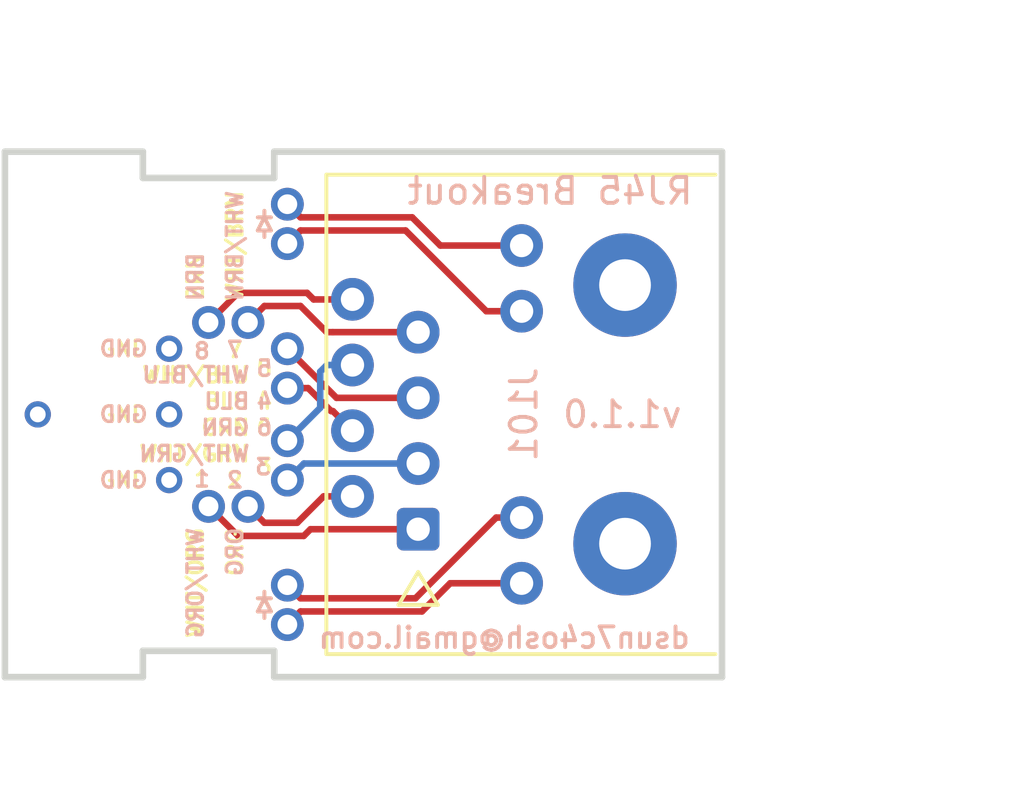
<source format=kicad_pcb>
(kicad_pcb (version 20240108) (generator "pcbnew") (generator_version "8.0")
  (title_block (title "RJ45 panel mount breakout") (date "2025-01-27") (rev "v1.1.0"))
  (layers (0 "F.Cu" signal) (1 "In1.Cu" power) (2 "In2.Cu" power) (31 "B.Cu" signal) (34 "B.Paste" user) (35 "F.Paste" user) (36 "B.SilkS" user "B.Silkscreen") (37 "F.SilkS" user "F.Silkscreen") (38 "B.Mask" user) (39 "F.Mask" user) (44 "Edge.Cuts" user))
  (net 0 "")
  (net 1 "/DA+")
  (net 2 "/DA-")
  (net 3 "/DB+")
  (net 4 "/DC+")
  (net 5 "/DC-")
  (net 6 "/DB-")
  (net 7 "/DD+")
  (net 8 "/DD-")
  (net 9 "GND")
  (net 10 "/LEDL+")
  (net 11 "/LEDL-")
  (net 12 "/LEDR+")
  (net 13 "/LEDR-")
  (footprint "Local:rj45-8-pm" (layer "F.Cu") (at 158.75 101.6 90)
    (property "Reference" "J101" (at 0 -10.414 90) (layer "B.SilkS") (effects (justify mirror)))
    (property "Value" "RJ45_LEDS")
    (fp_line (start 9.27 -18.05) (end 9.27 -3.004) (stroke (width 0.15)) (layer "F.SilkS"))
    (fp_line (start -9.27 -18.05) (end 9.27 -18.05) (stroke (width 0.15)) (layer "F.SilkS"))
    (fp_line (start -7.366 -15.262) (end -7.366 -13.738) (stroke (width 0.15)) (layer "F.SilkS"))
    (fp_line (start -6.096 -14.5) (end -7.366 -15.262) (stroke (width 0.15)) (layer "F.SilkS"))
    (fp_line (start -7.366 -13.738) (end -6.096 -14.5) (stroke (width 0.15)) (layer "F.SilkS"))
    (fp_line (start -9.27 -3.004) (end -9.27 -18.05) (stroke (width 0.15)) (layer "F.SilkS"))
    (pad "1" thru_hole roundrect (at -4.44 -14.5 90) (size 1.651 1.651) (drill 0.9) (layers "*.Cu" "*.Mask") (roundrect_rratio 0.1514233798) (net 1 "/DA+"))
    (pad "2" thru_hole circle (at -3.17 -17.04 90) (size 1.651 1.651) (drill 0.9) (layers "*.Cu" "*.Mask") (net 2 "/DA-"))
    (pad "3" thru_hole circle (at -1.9 -14.5 90) (size 1.651 1.651) (drill 0.9) (layers "*.Cu" "*.Mask") (net 3 "/DB+"))
    (pad "4" thru_hole circle (at -0.63 -17.04 90) (size 1.651 1.651) (drill 0.9) (layers "*.Cu" "*.Mask") (net 4 "/DC+"))
    (pad "5" thru_hole circle (at 0.64 -14.5 90) (size 1.651 1.651) (drill 0.9) (layers "*.Cu" "*.Mask") (net 5 "/DC-"))
    (pad "6" thru_hole circle (at 1.91 -17.04 90) (size 1.651 1.651) (drill 0.9) (layers "*.Cu" "*.Mask") (net 6 "/DB-"))
    (pad "7" thru_hole circle (at 3.18 -14.5 90) (size 1.651 1.651) (drill 0.9) (layers "*.Cu" "*.Mask") (net 7 "/DD+"))
    (pad "8" thru_hole circle (at 4.45 -17.04 90) (size 1.651 1.651) (drill 0.9) (layers "*.Cu" "*.Mask") (net 8 "/DD-"))
    (pad "9" thru_hole circle (at 6.53 -10.5 90) (size 1.651 1.651) (drill 0.9) (layers "*.Cu" "*.Mask") (net 13 "/LEDR-"))
    (pad "10" thru_hole circle (at 3.99 -10.5 90) (size 1.651 1.651) (drill 0.9) (layers "*.Cu" "*.Mask") (net 12 "/LEDR+"))
    (pad "11" thru_hole circle (at -3.99 -10.5 90) (size 1.651 1.651) (drill 0.9) (layers "*.Cu" "*.Mask") (net 11 "/LEDL-"))
    (pad "12" thru_hole circle (at -6.53 -10.5 90) (size 1.651 1.651) (drill 0.9) (layers "*.Cu" "*.Mask") (net 10 "/LEDL+"))
    (pad "15" thru_hole circle (at -5 -6.5 90) (size 4 4) (drill 2) (layers "*.Cu" "*.Mask") (net 9 "GND"))
    (pad "15" thru_hole circle (at 5 -6.5 90) (size 4 4) (drill 2) (layers "*.Cu" "*.Mask") (net 9 "GND"))
  )
  (footprint "Local:MountingHole_125mil" (layer "F.Cu") (at 132.08 95.25)
    (property "Reference" "REF**" (hide yes))
    (property "Value" "MountingHole_125mil" (hide yes))
    (pad "" np_thru_hole circle (at 0 0) (size 3.175 3.175) (drill 3.175) (layers "*.Cu" "*.Mask") (clearance 0.508))
  )
  (footprint "Local:MountingHole_125mil" (layer "F.Cu") (at 132.08 107.95)
    (property "Reference" "REF**" (hide yes))
    (property "Value" "MountingHole_125mil" (hide yes))
    (pad "" np_thru_hole circle (at 0 0) (size 3.175 3.175) (drill 3.175) (layers "*.Cu" "*.Mask") (clearance 0.508))
  )
  (footprint "Local:Stitching_Via_40x24mil" (layer "F.Cu") (at 129.54 101.6)
    (property "Reference" "REF**" (hide yes))
    (property "Value" "Stitching_Via_40x24mil" (hide yes))
    (pad "~" thru_hole circle (at 0 0) (size 1.016 1.016) (drill 0.6096) (layers "*.Cu" "*.Mask") (net 9 "GND"))
  )
  (footprint "Local:Stitching_Via_40x24mil" (layer "F.Cu") (at 134.62 101.6)
    (property "Reference" "REF**" (hide yes))
    (property "Value" "Stitching_Via_40x24mil" (hide yes))
    (pad "~" thru_hole circle (at 0 0) (size 1.016 1.016) (drill 0.6096) (layers "*.Cu" "*.Mask") (net 9 "GND"))
  )
  (footprint "Local:Stitching_Via_40x24mil" (layer "F.Cu") (at 134.62 99.06)
    (property "Reference" "REF**" (hide yes))
    (property "Value" "Stitching_Via_40x24mil" (hide yes))
    (pad "~" thru_hole circle (at 0 0) (size 1.016 1.016) (drill 0.6096) (layers "*.Cu" "*.Mask") (net 9 "GND"))
  )
  (footprint "Local:Stitching_Via_40x24mil" (layer "F.Cu") (at 134.62 104.14)
    (property "Reference" "REF**" (hide yes))
    (property "Value" "Stitching_Via_40x24mil" (hide yes))
    (pad "~" thru_hole circle (at 0 0) (size 1.016 1.016) (drill 0.6096) (layers "*.Cu" "*.Mask") (net 9 "GND"))
  )
  (footprint "Local:wire_50x30mil" (layer "F.Cu") (at 136.144 98.044)
    (property "Reference" "P101" (hide yes))
    (property "Value" "CONN_01X01")
    (pad "1" thru_hole circle (at 0 0) (size 1.27 1.27) (drill 0.762) (layers "*.Cu" "*.Mask") (net 8 "/DD-"))
  )
  (footprint "Local:wire_50x30mil" (layer "F.Cu") (at 137.668 98.044)
    (property "Reference" "P102" (hide yes))
    (property "Value" "CONN_01X01")
    (pad "1" thru_hole circle (at 0 0) (size 1.27 1.27) (drill 0.762) (layers "*.Cu" "*.Mask") (net 7 "/DD+"))
  )
  (footprint "Local:wire_50x30mil" (layer "F.Cu") (at 139.192 99.06)
    (property "Reference" "P103" (hide yes))
    (property "Value" "CONN_01X01")
    (pad "1" thru_hole circle (at 0 0) (size 1.27 1.27) (drill 0.762) (layers "*.Cu" "*.Mask") (net 5 "/DC-"))
  )
  (footprint "Local:wire_50x30mil" (layer "F.Cu") (at 139.192 100.584)
    (property "Reference" "P104" (hide yes))
    (property "Value" "CONN_01X01")
    (pad "1" thru_hole circle (at 0 0) (size 1.27 1.27) (drill 0.762) (layers "*.Cu" "*.Mask") (net 4 "/DC+"))
  )
  (footprint "Local:wire_50x30mil" (layer "F.Cu") (at 139.192 102.616)
    (property "Reference" "P105" (hide yes))
    (property "Value" "CONN_01X01")
    (pad "1" thru_hole circle (at 0 0) (size 1.27 1.27) (drill 0.762) (layers "*.Cu" "*.Mask") (net 6 "/DB-"))
  )
  (footprint "Local:wire_50x30mil" (layer "F.Cu") (at 139.192 104.14)
    (property "Reference" "P106" (hide yes))
    (property "Value" "CONN_01X01")
    (pad "1" thru_hole circle (at 0 0) (size 1.27 1.27) (drill 0.762) (layers "*.Cu" "*.Mask") (net 3 "/DB+"))
  )
  (footprint "Local:wire_50x30mil" (layer "F.Cu") (at 137.668 105.156)
    (property "Reference" "P107" (hide yes))
    (property "Value" "CONN_01X01")
    (pad "1" thru_hole circle (at 0 0) (size 1.27 1.27) (drill 0.762) (layers "*.Cu" "*.Mask") (net 2 "/DA-"))
  )
  (footprint "Local:wire_50x30mil" (layer "F.Cu") (at 136.144 105.156)
    (property "Reference" "P108" (hide yes))
    (property "Value" "CONN_01X01")
    (pad "1" thru_hole circle (at 0 0) (size 1.27 1.27) (drill 0.762) (layers "*.Cu" "*.Mask") (net 1 "/DA+"))
  )
  (footprint "Local:wire_50x30mil" (layer "F.Cu") (at 139.192 109.728)
    (property "Reference" "P109" (hide yes))
    (property "Value" "CONN_01X01")
    (pad "1" thru_hole circle (at 0 0) (size 1.27 1.27) (drill 0.762) (layers "*.Cu" "*.Mask") (net 10 "/LEDL+"))
  )
  (footprint "Local:wire_50x30mil" (layer "F.Cu") (at 139.192 108.204)
    (property "Reference" "P110" (hide yes))
    (property "Value" "CONN_01X01")
    (pad "1" thru_hole circle (at 0 0) (size 1.27 1.27) (drill 0.762) (layers "*.Cu" "*.Mask") (net 11 "/LEDL-"))
  )
  (footprint "Local:wire_50x30mil" (layer "F.Cu") (at 139.192 94.996)
    (property "Reference" "P111" (hide yes))
    (property "Value" "CONN_01X01")
    (pad "1" thru_hole circle (at 0 0) (size 1.27 1.27) (drill 0.762) (layers "*.Cu" "*.Mask") (net 12 "/LEDR+"))
  )
  (footprint "Local:wire_50x30mil" (layer "F.Cu") (at 139.192 93.472)
    (property "Reference" "P112" (hide yes))
    (property "Value" "CONN_01X01")
    (pad "1" thru_hole circle (at 0 0) (size 1.27 1.27) (drill 0.762) (layers "*.Cu" "*.Mask") (net 13 "/LEDR-"))
  )
  (gr_line (start 138.303 108.712) (end 138.557 109.22) (stroke (width 0.15)) (layer "B.SilkS"))
  (gr_line (start 138.303 108.712) (end 138.303 108.458) (stroke (width 0.15)) (layer "B.SilkS"))
  (gr_line (start 138.049 109.22) (end 138.303 108.712) (stroke (width 0.15)) (layer "B.SilkS"))
  (gr_line (start 138.557 109.22) (end 138.049 109.22) (stroke (width 0.15)) (layer "B.SilkS"))
  (gr_line (start 138.303 109.22) (end 138.303 109.474) (stroke (width 0.15)) (layer "B.SilkS"))
  (gr_line (start 138.557 108.712) (end 138.049 108.712) (stroke (width 0.15)) (layer "B.SilkS"))
  (gr_line (start 138.049 94.488) (end 138.303 93.98) (stroke (width 0.15)) (layer "B.SilkS"))
  (gr_line (start 138.303 93.98) (end 138.303 93.726) (stroke (width 0.15)) (layer "B.SilkS"))
  (gr_line (start 138.303 93.98) (end 138.557 94.488) (stroke (width 0.15)) (layer "B.SilkS"))
  (gr_line (start 138.557 94.488) (end 138.049 94.488) (stroke (width 0.15)) (layer "B.SilkS"))
  (gr_line (start 138.557 93.98) (end 138.049 93.98) (stroke (width 0.15)) (layer "B.SilkS"))
  (gr_line (start 138.303 94.488) (end 138.303 94.742) (stroke (width 0.15)) (layer "B.SilkS"))
  (gr_line (start 138.303 93.98) (end 138.303 93.726) (stroke (width 0.15)) (layer "F.SilkS"))
  (gr_line (start 138.049 93.98) (end 138.557 93.98) (stroke (width 0.15)) (layer "F.SilkS"))
  (gr_line (start 138.557 94.488) (end 138.303 93.98) (stroke (width 0.15)) (layer "F.SilkS"))
  (gr_line (start 138.303 93.98) (end 138.049 94.488) (stroke (width 0.15)) (layer "F.SilkS"))
  (gr_line (start 138.049 94.488) (end 138.557 94.488) (stroke (width 0.15)) (layer "F.SilkS"))
  (gr_line (start 138.303 94.488) (end 138.303 94.742) (stroke (width 0.15)) (layer "F.SilkS"))
  (gr_line (start 138.303 109.22) (end 138.303 109.474) (stroke (width 0.15)) (layer "F.SilkS"))
  (gr_line (start 138.049 108.712) (end 138.557 108.712) (stroke (width 0.15)) (layer "F.SilkS"))
  (gr_line (start 138.303 108.712) (end 138.303 108.458) (stroke (width 0.15)) (layer "F.SilkS"))
  (gr_line (start 138.303 108.712) (end 138.049 109.22) (stroke (width 0.15)) (layer "F.SilkS"))
  (gr_line (start 138.049 109.22) (end 138.557 109.22) (stroke (width 0.15)) (layer "F.SilkS"))
  (gr_line (start 138.557 109.22) (end 138.303 108.712) (stroke (width 0.15)) (layer "F.SilkS"))
  (gr_line (start 156 111.76) (end 138.684 111.76) (stroke (width 0.254)) (layer "Edge.Cuts"))
  (gr_line (start 133.604 111.76) (end 133.604 110.744) (stroke (width 0.254)) (layer "Edge.Cuts"))
  (gr_line (start 156 91.44) (end 156 111.76) (stroke (width 0.254)) (layer "Edge.Cuts"))
  (gr_line (start 128.27 111.76) (end 128.27 91.44) (stroke (width 0.254)) (layer "Edge.Cuts"))
  (gr_line (start 133.604 111.76) (end 128.27 111.76) (stroke (width 0.254)) (layer "Edge.Cuts"))
  (gr_line (start 138.684 91.44) (end 156 91.44) (stroke (width 0.254)) (layer "Edge.Cuts"))
  (gr_line (start 133.604 92.456) (end 138.684 92.456) (stroke (width 0.254)) (layer "Edge.Cuts"))
  (gr_line (start 133.604 110.744) (end 138.684 110.744) (stroke (width 0.254)) (layer "Edge.Cuts"))
  (gr_line (start 133.604 91.44) (end 128.27 91.44) (stroke (width 0.254)) (layer "Edge.Cuts"))
  (gr_line (start 133.604 91.44) (end 133.604 92.456) (stroke (width 0.254)) (layer "Edge.Cuts"))
  (gr_line (start 138.684 92.456) (end 138.684 91.44) (stroke (width 0.254)) (layer "Edge.Cuts"))
  (gr_line (start 138.684 110.744) (end 138.684 111.76) (stroke (width 0.254)) (layer "Edge.Cuts"))
  (gr_text "1" (at 135.89 104.1 0) (layer "B.SilkS") (effects (font (size 0.6 0.6) (thickness 0.127)) (justify mirror)))
  (gr_text "2" (at 137.16 104.14 0) (layer "B.SilkS") (effects (font (size 0.6 0.6) (thickness 0.127)) (justify mirror)))
  (gr_text "3" (at 138.25 103.632 0) (layer "B.SilkS") (effects (font (size 0.6 0.6) (thickness 0.127)) (justify mirror)))
  (gr_text "6" (at 138.303 102.108 0) (layer "B.SilkS") (effects (font (size 0.6 0.6) (thickness 0.127)) (justify mirror)))
  (gr_text "4" (at 138.303 101.092 0) (layer "B.SilkS") (effects (font (size 0.6 0.6) (thickness 0.127)) (justify mirror)))
  (gr_text "5" (at 138.303 99.822 0) (layer "B.SilkS") (effects (font (size 0.6 0.6) (thickness 0.127)) (justify mirror)))
  (gr_text "7" (at 137.16 99.1 0) (layer "B.SilkS") (effects (font (size 0.6 0.6) (thickness 0.127)) (justify mirror)))
  (gr_text "8" (at 135.89 99.15 0) (layer "B.SilkS") (effects (font (size 0.6 0.6) (thickness 0.127)) (justify mirror)))
  (gr_text "v1.1.0" (at 152.146 101.6 0) (layer "B.SilkS") (effects (font (size 1 1)) (justify mirror)))
  (gr_text "RJ45 Breakout" (at 149.352 92.964 0) (layer "B.SilkS") (effects (font (size 1 1)) (justify mirror)))
  (gr_text "WHT/BRN" (at 137.16 97.282 90) (layer "B.SilkS") (effects (font (size 0.6 0.6) (thickness 0.127)) (justify right mirror)))
  (gr_text "BRN" (at 135.636 97.282 90) (layer "B.SilkS") (effects (font (size 0.6 0.6) (thickness 0.127)) (justify right mirror)))
  (gr_text "WHT/BLU" (at 137.795 100.076 0) (layer "B.SilkS") (effects (font (size 0.6 0.6) (thickness 0.127)) (justify left mirror)))
  (gr_text "BLU" (at 137.795 101.092 0) (layer "B.SilkS") (effects (font (size 0.6 0.6) (thickness 0.127)) (justify left mirror)))
  (gr_text "GRN" (at 137.795 102.108 0) (layer "B.SilkS") (effects (font (size 0.6 0.6) (thickness 0.127)) (justify left mirror)))
  (gr_text "WHT/GRN" (at 137.795 103.124 0) (layer "B.SilkS") (effects (font (size 0.6 0.6) (thickness 0.127)) (justify left mirror)))
  (gr_text "WHT/ORG" (at 135.636 105.918 90) (layer "B.SilkS") (effects (font (size 0.6 0.6) (thickness 0.127)) (justify left mirror)))
  (gr_text "ORG" (at 137.16 105.918 90) (layer "B.SilkS") (effects (font (size 0.6 0.6) (thickness 0.127)) (justify left mirror)))
  (gr_text "GND" (at 133.858 104.14 0) (layer "B.SilkS") (effects (font (size 0.6 0.6) (thickness 0.127)) (justify left mirror)))
  (gr_text "GND" (at 133.858 101.6 0) (layer "B.SilkS") (effects (font (size 0.6 0.6) (thickness 0.127)) (justify left mirror)))
  (gr_text "GND" (at 133.858 99.06 0) (layer "B.SilkS") (effects (font (size 0.6 0.6) (thickness 0.127)) (justify left mirror)))
  (gr_text "dsun7c4osh@gmail.com" (at 147.574 110.236 0) (layer "B.SilkS") (effects (font (size 0.8 0.8)) (justify mirror)))
  (gr_text "2" (at 137.16 104.14 0) (layer "F.SilkS") (effects (font (size 0.6 0.6) (thickness 0.127))))
  (gr_text "3" (at 138.303 103.632 0) (layer "F.SilkS") (effects (font (size 0.6 0.6) (thickness 0.127))))
  (gr_text "6" (at 138.303 102.108 0) (layer "F.SilkS") (effects (font (size 0.6 0.6) (thickness 0.127))))
  (gr_text "4" (at 138.303 101.092 0) (layer "F.SilkS") (effects (font (size 0.6 0.6) (thickness 0.127))))
  (gr_text "5" (at 138.303 99.822 0) (layer "F.SilkS") (effects (font (size 0.6 0.6) (thickness 0.127))))
  (gr_text "7" (at 137.16 99.1 0) (layer "F.SilkS") (effects (font (size 0.6 0.6) (thickness 0.127))))
  (gr_text "8" (at 135.89 99.15 0) (layer "F.SilkS") (effects (font (size 0.6 0.6) (thickness 0.127))))
  (gr_text "WHT/ORG" (at 135.636 105.918 90) (layer "F.SilkS") (effects (font (size 0.6 0.6) (thickness 0.127)) (justify right)))
  (gr_text "ORG" (at 137.16 105.918 90) (layer "F.SilkS") (effects (font (size 0.6 0.6) (thickness 0.127)) (justify right)))
  (gr_text "WHT/GRN" (at 137.795 103.124 0) (layer "F.SilkS") (effects (font (size 0.6 0.6) (thickness 0.127)) (justify right)))
  (gr_text "GRN" (at 137.795 102.108 0) (layer "F.SilkS") (effects (font (size 0.6 0.6) (thickness 0.127)) (justify right)))
  (gr_text "WHT/BLU" (at 137.795 100.076 0) (layer "F.SilkS") (effects (font (size 0.6 0.6) (thickness 0.127)) (justify right)))
  (gr_text "BLU" (at 137.795 101.092 0) (layer "F.SilkS") (effects (font (size 0.6 0.6) (thickness 0.127)) (justify right)))
  (gr_text "WHT/BRN" (at 137.16 97.282 90) (layer "F.SilkS") (effects (font (size 0.6 0.6) (thickness 0.127)) (justify left)))
  (gr_text "BRN" (at 135.636 97.282 90) (layer "F.SilkS") (effects (font (size 0.6 0.6) (thickness 0.127)) (justify left)))
  (gr_text "GND" (at 133.858 99.06 0) (layer "F.SilkS") (effects (font (size 0.6 0.6) (thickness 0.127)) (justify right)))
  (gr_text "GND" (at 133.858 101.6 0) (layer "F.SilkS") (effects (font (size 0.6 0.6) (thickness 0.127)) (justify right)))
  (gr_text "GND" (at 133.858 104.14 0) (layer "F.SilkS") (effects (font (size 0.6 0.6) (thickness 0.127)) (justify right)))
  (gr_text "1" (at 135.89 104.1 0) (layer "F.SilkS") (effects (font (size 0.6 0.6) (thickness 0.127))))
  (segment (start 139.827 106.299) (end 140.086 106.04) (width 0.254) (layer "F.Cu") (net 1))
  (segment (start 136.144 105.156) (end 137.287 106.299) (width 0.254) (layer "F.Cu") (net 1))
  (segment (start 140.086 106.04) (end 144.25 106.04) (width 0.254) (layer "F.Cu") (net 1))
  (segment (start 137.287 106.299) (end 139.827 106.299) (width 0.254) (layer "F.Cu") (net 1))
  (segment (start 138.303 105.791) (end 139.573 105.791) (width 0.254) (layer "F.Cu") (net 2))
  (segment (start 137.668 105.156) (end 138.303 105.791) (width 0.254) (layer "F.Cu") (net 2))
  (segment (start 141.71 104.77) (end 140.594 104.77) (width 0.254) (layer "F.Cu") (net 2))
  (segment (start 140.594 104.77) (end 139.573 105.791) (width 0.254) (layer "F.Cu") (net 2))
  (segment (start 139.832 103.5) (end 139.827 103.505) (width 0.254) (layer "B.Cu") (net 3))
  (segment (start 144.25 103.5) (end 139.832 103.5) (width 0.254) (layer "B.Cu") (net 3))
  (segment (start 139.827 103.505) (end 139.192 104.14) (width 0.254) (layer "B.Cu") (net 3))
  (segment (start 140.953 101.473) (end 141.71 102.23) (width 0.254) (layer "F.Cu") (net 4))
  (segment (start 139.192 100.584) (end 139.99758 100.584) (width 0.254) (layer "F.Cu") (net 4))
  (segment (start 139.99758 100.584) (end 140.88658 101.473) (width 0.254) (layer "F.Cu") (net 4))
  (segment (start 140.88658 101.473) (end 140.953 101.473) (width 0.254) (layer "F.Cu") (net 4))
  (segment (start 144.25 100.96) (end 141.092 100.96) (width 0.254) (layer "F.Cu") (net 5))
  (segment (start 141.092 100.96) (end 139.192 99.06) (width 0.254) (layer "F.Cu") (net 5))
  (segment (start 140.462 101.346) (end 139.192 102.616) (width 0.254) (layer "B.Cu") (net 6))
  (segment (start 141.71 99.69) (end 140.721 99.69) (width 0.254) (layer "B.Cu") (net 6))
  (segment (start 140.462 99.949) (end 140.462 101.346) (width 0.254) (layer "B.Cu") (net 6))
  (segment (start 140.721 99.69) (end 140.462 99.949) (width 0.254) (layer "B.Cu") (net 6))
  (segment (start 140.948 98.42) (end 144.25 98.42) (width 0.254) (layer "F.Cu") (net 7))
  (segment (start 139.7 97.409) (end 140.711 98.42) (width 0.254) (layer "F.Cu") (net 7))
  (segment (start 138.303 97.409) (end 139.7 97.409) (width 0.254) (layer "F.Cu") (net 7))
  (segment (start 140.711 98.42) (end 140.948 98.42) (width 0.254) (layer "F.Cu") (net 7))
  (segment (start 137.668 98.044) (end 138.303 97.409) (width 0.254) (layer "F.Cu") (net 7))
  (segment (start 140.208 97.155) (end 141.705 97.155) (width 0.254) (layer "F.Cu") (net 8))
  (segment (start 136.144 98.044) (end 137.287 96.901) (width 0.254) (layer "F.Cu") (net 8))
  (segment (start 139.954 96.901) (end 140.208 97.155) (width 0.254) (layer "F.Cu") (net 8))
  (segment (start 141.705 97.155) (end 141.71 97.15) (width 0.254) (layer "F.Cu") (net 8))
  (segment (start 137.287 96.901) (end 139.954 96.901) (width 0.254) (layer "F.Cu") (net 8))
  (segment (start 148.25 108.13) (end 145.489 108.13) (width 0.254) (layer "F.Cu") (net 10))
  (segment (start 144.399 109.22) (end 139.7 109.22) (width 0.254) (layer "F.Cu") (net 10))
  (segment (start 145.489 108.13) (end 144.399 109.22) (width 0.254) (layer "F.Cu") (net 10))
  (segment (start 139.7 109.22) (end 139.192 109.728) (width 0.254) (layer "F.Cu") (net 10))
  (segment (start 144.145 108.712) (end 139.7 108.712) (width 0.254) (layer "F.Cu") (net 11))
  (segment (start 139.7 108.712) (end 139.192 108.204) (width 0.254) (layer "F.Cu") (net 11))
  (segment (start 148.25 105.59) (end 147.267 105.59) (width 0.254) (layer "F.Cu") (net 11))
  (segment (start 147.267 105.59) (end 144.145 108.712) (width 0.254) (layer "F.Cu") (net 11))
  (segment (start 139.7 94.488) (end 143.764 94.488) (width 0.254) (layer "F.Cu") (net 12))
  (segment (start 143.764 94.488) (end 146.886 97.61) (width 0.254) (layer "F.Cu") (net 12))
  (segment (start 146.886 97.61) (end 148.25 97.61) (width 0.254) (layer "F.Cu") (net 12))
  (segment (start 139.192 94.996) (end 139.7 94.488) (width 0.254) (layer "F.Cu") (net 12))
  (segment (start 145.108 95.07) (end 144.018 93.98) (width 0.254) (layer "F.Cu") (net 13))
  (segment (start 148.25 95.07) (end 145.108 95.07) (width 0.254) (layer "F.Cu") (net 13))
  (segment (start 144.018 93.98) (end 139.7 93.98) (width 0.254) (layer "F.Cu") (net 13))
  (segment (start 139.7 93.98) (end 139.192 93.472) (width 0.254) (layer "F.Cu") (net 13))
)
</source>
